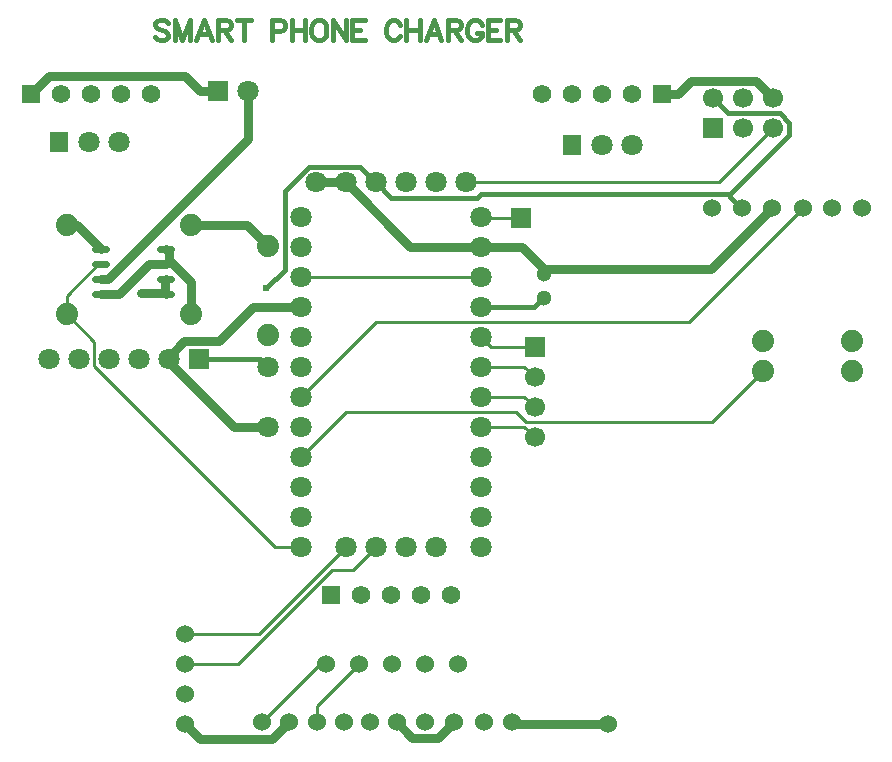
<source format=gtl>
G04 Layer: TopLayer*
G04 EasyEDA v6.3.53, 2020-06-25T17:48:37+01:00*
G04 4783db3a652f4b8084220859a28b68e3,923baca5ebdd4fbabfdc1fadd1ffc098,10*
G04 Gerber Generator version 0.2*
G04 Scale: 100 percent, Rotated: No, Reflected: No *
G04 Dimensions in inches *
G04 leading zeros omitted , absolute positions ,2 integer and 4 decimal *
%FSLAX24Y24*%
%MOIN*%
G90*
G70D02*

%ADD10C,0.030000*%
%ADD11C,0.010000*%
%ADD12C,0.015000*%
%ADD13C,0.023622*%
%ADD14C,0.024000*%
%ADD15C,0.060000*%
%ADD16C,0.062000*%
%ADD17R,0.062000X0.062000*%
%ADD18R,0.066929X0.066929*%
%ADD19C,0.070866*%
%ADD20R,0.070866X0.070866*%
%ADD21C,0.066929*%
%ADD22C,0.051181*%
%ADD23C,0.074000*%
%ADD24R,0.062000X0.070866*%

%LPD*%
G54D10*
G01X2300Y22700D02*
G01X2910Y23311D01*
G01X7435Y23311D01*
G01X7946Y22800D01*
G01X8550Y22800D02*
G01X7946Y22800D01*
G54D11*
G01X10000Y1750D02*
G01X11950Y3700D01*
G01X12150Y3700D01*
G01X11850Y1750D02*
G01X11850Y2300D01*
G01X13250Y3700D01*
G01X17300Y14600D02*
G01X17650Y14250D01*
G01X19100Y14250D01*
G01X11300Y10600D02*
G01X12800Y12100D01*
G01X18477Y12100D01*
G01X18827Y11750D01*
G01X25023Y11750D01*
G01X26723Y13450D01*
G01X18650Y18550D02*
G01X17350Y18550D01*
G01X17300Y18600D01*
G01X17300Y11600D02*
G01X18750Y11600D01*
G01X19100Y11250D01*
G01X17300Y12600D02*
G01X18750Y12600D01*
G01X19100Y12250D01*
G01X17300Y13600D02*
G01X18750Y13600D01*
G01X19100Y13250D01*
G01X11300Y12600D02*
G01X13807Y15107D01*
G01X24257Y15107D01*
G01X28050Y18900D01*
G54D10*
G01X4643Y16030D02*
G01X5252Y16030D01*
G01X6252Y17030D01*
G01X6800Y17030D01*
G01X7650Y15373D02*
G01X7650Y16430D01*
G01X6925Y17155D01*
G01X6800Y17530D02*
G01X6925Y17405D01*
G01X6925Y17155D01*
G01X6925Y17155D02*
G01X6800Y17030D01*
G01X6800Y16530D02*
G01X6777Y16507D01*
G01X6777Y16051D01*
G01X6800Y16030D02*
G01X6777Y16051D01*
G01X6777Y16051D02*
G01X5986Y16051D01*
G54D11*
G01X7450Y4700D02*
G01X9900Y4700D01*
G01X12800Y7600D01*
G01X13800Y7600D02*
G01X13035Y6834D01*
G01X12339Y6834D01*
G01X9205Y3700D01*
G01X7450Y3700D01*
G01X17300Y16600D02*
G01X11300Y16600D01*
G01X16800Y19750D02*
G01X25250Y19750D01*
G01X27050Y21550D01*
G01X3500Y15373D02*
G01X3500Y15976D01*
G01X4552Y17030D01*
G01X4643Y17030D01*
G01X11300Y7600D02*
G01X10452Y7600D01*
G01X4427Y13625D01*
G01X4427Y14446D01*
G01X3500Y15373D01*
G54D10*
G01X7650Y18326D02*
G01X9500Y18326D01*
G01X10200Y17626D01*
G01X4643Y16530D02*
G01X4889Y16530D01*
G01X9550Y21190D01*
G01X9550Y22800D01*
G01X23889Y22700D02*
G01X24313Y23123D01*
G01X26477Y23123D01*
G01X27050Y22550D01*
G01X23350Y22700D02*
G01X23889Y22700D01*
G01X6900Y13850D02*
G01X6900Y13780D01*
G01X9081Y11600D01*
G01X10200Y11600D01*
G01X3500Y18326D02*
G01X3846Y18326D01*
G01X4643Y17530D01*
G01X11800Y19750D02*
G01X12800Y19750D01*
G01X12800Y19750D02*
G01X14950Y17600D01*
G01X17300Y17600D01*
G01X19400Y16880D02*
G01X19400Y16694D01*
G01X17300Y17600D02*
G01X18681Y17600D01*
G01X19400Y16880D01*
G01X19400Y16880D02*
G01X24981Y16880D01*
G01X27000Y18900D01*
G01X11300Y15600D02*
G01X9721Y15600D01*
G01X8589Y14469D01*
G01X7427Y14469D01*
G01X6900Y13942D01*
G01X6900Y13850D01*
G01X21550Y1700D02*
G01X18400Y1700D01*
G01X18350Y1750D01*
G01X16400Y1750D02*
G01X15869Y1219D01*
G01X15030Y1219D01*
G01X14500Y1750D01*
G01X7450Y1700D02*
G01X7964Y1186D01*
G01X10336Y1186D01*
G01X10900Y1750D01*
G54D12*
G01X7900Y13850D02*
G01X9950Y13850D01*
G01X10200Y13600D01*
G01X17300Y15600D02*
G01X19093Y15600D01*
G01X19400Y15905D01*
G01X25627Y19355D02*
G01X25627Y19273D01*
G01X26000Y18900D01*
G01X25050Y22550D02*
G01X25550Y22050D01*
G01X27277Y22050D01*
G01X27598Y21728D01*
G01X27598Y21328D01*
G01X25627Y19355D01*
G01X25627Y19355D02*
G01X17310Y19355D01*
G01X17186Y19232D01*
G01X14318Y19232D01*
G01X13800Y19750D01*
G01X10165Y16221D02*
G01X10773Y16830D01*
G01X10773Y19473D01*
G01X11576Y20275D01*
G01X13275Y20275D01*
G01X13800Y19750D01*
G54D13*
G01X6618Y16029D02*
G01X6981Y16029D01*
G01X6618Y16529D02*
G01X6981Y16529D01*
G01X6618Y17029D02*
G01X6981Y17029D01*
G01X6618Y17529D02*
G01X6981Y17529D01*
G01X4461Y16029D02*
G01X4823Y16029D01*
G01X4461Y16529D02*
G01X4823Y16529D01*
G01X4461Y17029D02*
G01X4823Y17029D01*
G01X4461Y17529D02*
G01X4823Y17529D01*
G54D12*
G01X6894Y25061D02*
G01X6831Y25125D01*
G01X6735Y25155D01*
G01X6609Y25155D01*
G01X6514Y25125D01*
G01X6450Y25061D01*
G01X6450Y24996D01*
G01X6481Y24934D01*
G01X6514Y24902D01*
G01X6577Y24869D01*
G01X6768Y24805D01*
G01X6831Y24775D01*
G01X6864Y24742D01*
G01X6894Y24678D01*
G01X6894Y24584D01*
G01X6831Y24519D01*
G01X6735Y24488D01*
G01X6609Y24488D01*
G01X6514Y24519D01*
G01X6450Y24584D01*
G01X7105Y25155D02*
G01X7105Y24488D01*
G01X7105Y25155D02*
G01X7360Y24488D01*
G01X7614Y25155D02*
G01X7360Y24488D01*
G01X7614Y25155D02*
G01X7614Y24488D01*
G01X8078Y25155D02*
G01X7825Y24488D01*
G01X8078Y25155D02*
G01X8334Y24488D01*
G01X7919Y24711D02*
G01X8238Y24711D01*
G01X8543Y25155D02*
G01X8543Y24488D01*
G01X8543Y25155D02*
G01X8830Y25155D01*
G01X8925Y25125D01*
G01X8956Y25092D01*
G01X8989Y25028D01*
G01X8989Y24965D01*
G01X8956Y24902D01*
G01X8925Y24869D01*
G01X8830Y24838D01*
G01X8543Y24838D01*
G01X8765Y24838D02*
G01X8989Y24488D01*
G01X9422Y25155D02*
G01X9422Y24488D01*
G01X9198Y25155D02*
G01X9644Y25155D01*
G01X10344Y25155D02*
G01X10344Y24488D01*
G01X10344Y25155D02*
G01X10631Y25155D01*
G01X10726Y25125D01*
G01X10757Y25092D01*
G01X10789Y25028D01*
G01X10789Y24934D01*
G01X10757Y24869D01*
G01X10726Y24838D01*
G01X10631Y24805D01*
G01X10344Y24805D01*
G01X11000Y25155D02*
G01X11000Y24488D01*
G01X11444Y25155D02*
G01X11444Y24488D01*
G01X11000Y24838D02*
G01X11444Y24838D01*
G01X11846Y25155D02*
G01X11782Y25125D01*
G01X11718Y25061D01*
G01X11686Y24996D01*
G01X11655Y24902D01*
G01X11655Y24742D01*
G01X11686Y24646D01*
G01X11718Y24584D01*
G01X11782Y24519D01*
G01X11846Y24488D01*
G01X11973Y24488D01*
G01X12036Y24519D01*
G01X12101Y24584D01*
G01X12132Y24646D01*
G01X12164Y24742D01*
G01X12164Y24902D01*
G01X12132Y24996D01*
G01X12101Y25061D01*
G01X12036Y25125D01*
G01X11973Y25155D01*
G01X11846Y25155D01*
G01X12375Y25155D02*
G01X12375Y24488D01*
G01X12375Y25155D02*
G01X12819Y24488D01*
G01X12819Y25155D02*
G01X12819Y24488D01*
G01X13030Y25155D02*
G01X13030Y24488D01*
G01X13030Y25155D02*
G01X13443Y25155D01*
G01X13030Y24838D02*
G01X13285Y24838D01*
G01X13030Y24488D02*
G01X13443Y24488D01*
G01X14621Y24996D02*
G01X14589Y25061D01*
G01X14525Y25125D01*
G01X14461Y25155D01*
G01X14335Y25155D01*
G01X14271Y25125D01*
G01X14206Y25061D01*
G01X14175Y24996D01*
G01X14143Y24902D01*
G01X14143Y24742D01*
G01X14175Y24646D01*
G01X14206Y24584D01*
G01X14271Y24519D01*
G01X14335Y24488D01*
G01X14461Y24488D01*
G01X14525Y24519D01*
G01X14589Y24584D01*
G01X14621Y24646D01*
G01X14831Y25155D02*
G01X14831Y24488D01*
G01X15276Y25155D02*
G01X15276Y24488D01*
G01X14831Y24838D02*
G01X15276Y24838D01*
G01X15740Y25155D02*
G01X15485Y24488D01*
G01X15740Y25155D02*
G01X15994Y24488D01*
G01X15581Y24711D02*
G01X15900Y24711D01*
G01X16205Y25155D02*
G01X16205Y24488D01*
G01X16205Y25155D02*
G01X16492Y25155D01*
G01X16586Y25125D01*
G01X16618Y25092D01*
G01X16651Y25028D01*
G01X16651Y24965D01*
G01X16618Y24902D01*
G01X16586Y24869D01*
G01X16492Y24838D01*
G01X16205Y24838D01*
G01X16427Y24838D02*
G01X16651Y24488D01*
G01X17338Y24996D02*
G01X17306Y25061D01*
G01X17243Y25125D01*
G01X17178Y25155D01*
G01X17052Y25155D01*
G01X16988Y25125D01*
G01X16925Y25061D01*
G01X16893Y24996D01*
G01X16860Y24902D01*
G01X16860Y24742D01*
G01X16893Y24646D01*
G01X16925Y24584D01*
G01X16988Y24519D01*
G01X17052Y24488D01*
G01X17178Y24488D01*
G01X17243Y24519D01*
G01X17306Y24584D01*
G01X17338Y24646D01*
G01X17338Y24742D01*
G01X17178Y24742D02*
G01X17338Y24742D01*
G01X17547Y25155D02*
G01X17547Y24488D01*
G01X17547Y25155D02*
G01X17961Y25155D01*
G01X17547Y24838D02*
G01X17802Y24838D01*
G01X17547Y24488D02*
G01X17961Y24488D01*
G01X18172Y25155D02*
G01X18172Y24488D01*
G01X18172Y25155D02*
G01X18457Y25155D01*
G01X18553Y25125D01*
G01X18585Y25092D01*
G01X18617Y25028D01*
G01X18617Y24965D01*
G01X18585Y24902D01*
G01X18553Y24869D01*
G01X18457Y24838D01*
G01X18172Y24838D01*
G01X18394Y24838D02*
G01X18617Y24488D01*
G54D15*
G01X16550Y3700D03*
G01X15450Y3700D03*
G01X14350Y3700D03*
G01X13250Y3700D03*
G01X12150Y3700D03*
G01X11850Y1750D03*
G01X12750Y1750D03*
G01X13600Y1750D03*
G01X14500Y1750D03*
G01X15450Y1750D03*
G01X10900Y1750D03*
G01X10000Y1750D03*
G01X18350Y1750D03*
G01X17411Y1750D03*
G01X16400Y1750D03*
G01X21550Y1700D03*
G01X25000Y18900D03*
G01X26000Y18900D03*
G01X27000Y18900D03*
G01X28050Y18900D03*
G01X29000Y18900D03*
G01X30000Y18900D03*
G54D16*
G01X6300Y22700D03*
G01X5300Y22700D03*
G01X4300Y22700D03*
G01X3300Y22700D03*
G54D17*
G01X2300Y22700D03*
G54D16*
G01X16300Y6000D03*
G01X15300Y6000D03*
G01X14300Y6000D03*
G01X13300Y6000D03*
G54D17*
G01X12300Y6000D03*
G54D16*
G01X19350Y22700D03*
G01X20350Y22700D03*
G01X21350Y22700D03*
G01X22350Y22700D03*
G54D17*
G01X23350Y22700D03*
G54D18*
G01X18650Y18550D03*
G54D19*
G01X2900Y13850D03*
G01X3900Y13850D03*
G01X4900Y13850D03*
G01X5900Y13850D03*
G01X6900Y13850D03*
G54D20*
G01X7900Y13850D03*
G54D15*
G01X7450Y3700D03*
G01X7450Y4700D03*
G01X7450Y2700D03*
G01X7450Y1700D03*
G54D21*
G01X27050Y22550D03*
G01X27050Y21550D03*
G01X26050Y22550D03*
G01X26050Y21550D03*
G01X25050Y22550D03*
G54D18*
G01X25050Y21550D03*
G54D22*
G01X19400Y15906D03*
G01X19400Y16693D03*
G54D19*
G01X10200Y13600D03*
G01X10200Y11600D03*
G54D23*
G01X10200Y14673D03*
G01X10200Y17626D03*
G01X3500Y18326D03*
G01X3500Y15373D03*
G01X7650Y18326D03*
G01X7650Y15373D03*
G54D19*
G01X5250Y21100D03*
G01X4250Y21100D03*
G54D24*
G01X3250Y21100D03*
G54D19*
G01X22350Y21000D03*
G01X21350Y21000D03*
G54D24*
G01X20350Y21000D03*
G54D18*
G01X19100Y14250D03*
G54D21*
G01X19100Y13250D03*
G01X19100Y12250D03*
G01X19100Y11250D03*
G54D23*
G01X26723Y14450D03*
G01X29676Y14450D03*
G54D19*
G01X11300Y18600D03*
G01X17300Y18600D03*
G01X11300Y17600D03*
G01X11300Y16600D03*
G01X11300Y15600D03*
G01X11300Y14600D03*
G01X11300Y13600D03*
G01X11300Y12600D03*
G01X11300Y11600D03*
G01X11300Y10600D03*
G01X11300Y9600D03*
G01X11300Y8600D03*
G01X11300Y7600D03*
G01X17300Y17600D03*
G01X17300Y16600D03*
G01X17300Y15600D03*
G01X17300Y14600D03*
G01X17300Y13600D03*
G01X17300Y12600D03*
G01X17300Y11600D03*
G01X17300Y10600D03*
G01X17300Y9600D03*
G01X17300Y8600D03*
G01X17300Y7600D03*
G01X16800Y19750D03*
G01X15800Y19750D03*
G01X14800Y19750D03*
G01X13800Y19750D03*
G01X12800Y19750D03*
G01X11800Y19750D03*
G01X13800Y7600D03*
G01X14800Y7600D03*
G01X15800Y7600D03*
G01X12800Y7600D03*
G54D23*
G01X29676Y13450D03*
G01X26723Y13450D03*
G54D19*
G01X9550Y22800D03*
G54D20*
G01X8550Y22800D03*
G54D14*
G01X5986Y16051D03*
G01X10165Y16221D03*
M00*
M02*

</source>
